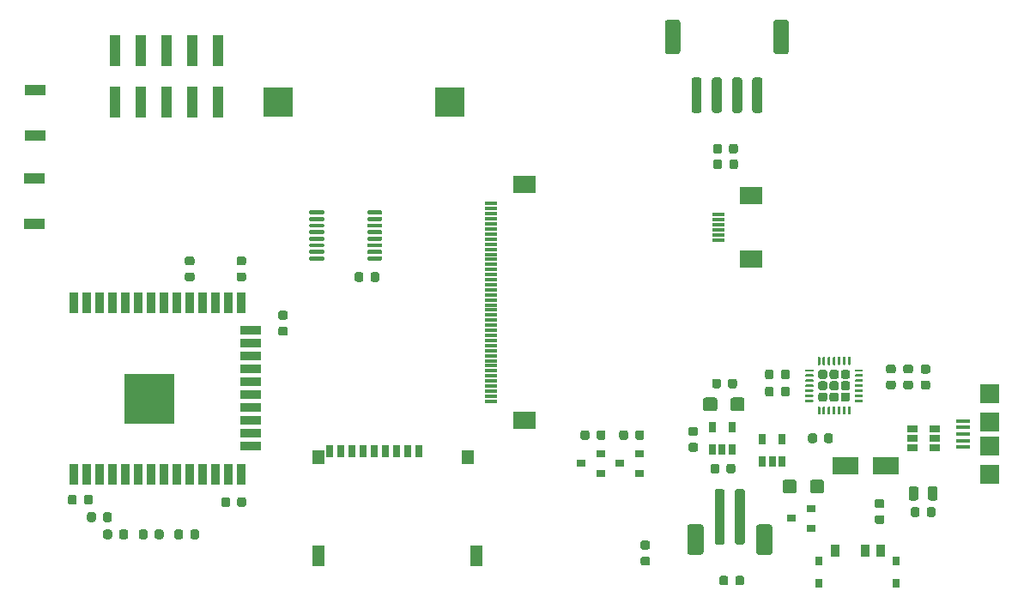
<source format=gbr>
%TF.GenerationSoftware,KiCad,Pcbnew,(5.1.6-0)*%
%TF.CreationDate,2020-10-12T19:17:27+02:00*%
%TF.ProjectId,ESP32_TFT,45535033-325f-4544-9654-2e6b69636164,rev?*%
%TF.SameCoordinates,Original*%
%TF.FileFunction,Paste,Top*%
%TF.FilePolarity,Positive*%
%FSLAX46Y46*%
G04 Gerber Fmt 4.6, Leading zero omitted, Abs format (unit mm)*
G04 Created by KiCad (PCBNEW (5.1.6-0)) date 2020-10-12 19:17:27*
%MOMM*%
%LPD*%
G01*
G04 APERTURE LIST*
%ADD10R,1.060000X0.650000*%
%ADD11R,2.200000X1.800000*%
%ADD12R,1.300000X0.300000*%
%ADD13R,0.900000X1.300000*%
%ADD14R,0.800000X0.900000*%
%ADD15R,3.000000X3.000000*%
%ADD16R,2.000000X1.050000*%
%ADD17R,1.350000X0.400000*%
%ADD18R,1.900000X1.900000*%
%ADD19R,1.000000X3.150000*%
%ADD20R,5.000000X5.000000*%
%ADD21R,0.900000X2.000000*%
%ADD22R,2.000000X0.900000*%
%ADD23R,2.500000X1.800000*%
%ADD24R,0.900000X0.800000*%
%ADD25R,0.650000X1.060000*%
%ADD26R,0.700000X1.300000*%
%ADD27R,1.200000X1.400000*%
%ADD28R,1.200000X2.000000*%
G04 APERTURE END LIST*
%TO.C,J3*%
G36*
G01*
X111980000Y-84170000D02*
X111980000Y-89170000D01*
G75*
G02*
X111730000Y-89420000I-250000J0D01*
G01*
X111230000Y-89420000D01*
G75*
G02*
X110980000Y-89170000I0J250000D01*
G01*
X110980000Y-84170000D01*
G75*
G02*
X111230000Y-83920000I250000J0D01*
G01*
X111730000Y-83920000D01*
G75*
G02*
X111980000Y-84170000I0J-250000D01*
G01*
G37*
G36*
G01*
X109980000Y-84170001D02*
X109980000Y-89169999D01*
G75*
G02*
X109730000Y-89419999I-250000J0D01*
G01*
X109230000Y-89419999D01*
G75*
G02*
X108980000Y-89169999I0J250000D01*
G01*
X108980000Y-84170001D01*
G75*
G02*
X109230000Y-83920001I250000J0D01*
G01*
X109730000Y-83920001D01*
G75*
G02*
X109980000Y-84170001I0J-250000D01*
G01*
G37*
G36*
G01*
X114680000Y-87670000D02*
X114680000Y-90170000D01*
G75*
G02*
X114430000Y-90420000I-250000J0D01*
G01*
X113330000Y-90420000D01*
G75*
G02*
X113080000Y-90170000I0J250000D01*
G01*
X113080000Y-87670000D01*
G75*
G02*
X113330000Y-87420000I250000J0D01*
G01*
X114430000Y-87420000D01*
G75*
G02*
X114680000Y-87670000I0J-250000D01*
G01*
G37*
G36*
G01*
X107880000Y-87670000D02*
X107880000Y-90170000D01*
G75*
G02*
X107630000Y-90420000I-250000J0D01*
G01*
X106530000Y-90420000D01*
G75*
G02*
X106280000Y-90170000I0J250000D01*
G01*
X106280000Y-87670000D01*
G75*
G02*
X106530000Y-87420000I250000J0D01*
G01*
X107630000Y-87420000D01*
G75*
G02*
X107880000Y-87670000I0J-250000D01*
G01*
G37*
%TD*%
D10*
%TO.C,U6*%
X128490000Y-78920000D03*
X128490000Y-79870000D03*
X128490000Y-77970000D03*
X130690000Y-77970000D03*
X130690000Y-78920000D03*
X130690000Y-79870000D03*
%TD*%
%TO.C,F1*%
G36*
G01*
X130000000Y-84816250D02*
X130000000Y-83903750D01*
G75*
G02*
X130243750Y-83660000I243750J0D01*
G01*
X130731250Y-83660000D01*
G75*
G02*
X130975000Y-83903750I0J-243750D01*
G01*
X130975000Y-84816250D01*
G75*
G02*
X130731250Y-85060000I-243750J0D01*
G01*
X130243750Y-85060000D01*
G75*
G02*
X130000000Y-84816250I0J243750D01*
G01*
G37*
G36*
G01*
X128125000Y-84816250D02*
X128125000Y-83903750D01*
G75*
G02*
X128368750Y-83660000I243750J0D01*
G01*
X128856250Y-83660000D01*
G75*
G02*
X129100000Y-83903750I0J-243750D01*
G01*
X129100000Y-84816250D01*
G75*
G02*
X128856250Y-85060000I-243750J0D01*
G01*
X128368750Y-85060000D01*
G75*
G02*
X128125000Y-84816250I0J243750D01*
G01*
G37*
%TD*%
%TO.C,C10*%
G36*
G01*
X119080000Y-78653750D02*
X119080000Y-79166250D01*
G75*
G02*
X118861250Y-79385000I-218750J0D01*
G01*
X118423750Y-79385000D01*
G75*
G02*
X118205000Y-79166250I0J218750D01*
G01*
X118205000Y-78653750D01*
G75*
G02*
X118423750Y-78435000I218750J0D01*
G01*
X118861250Y-78435000D01*
G75*
G02*
X119080000Y-78653750I0J-218750D01*
G01*
G37*
G36*
G01*
X120655000Y-78653750D02*
X120655000Y-79166250D01*
G75*
G02*
X120436250Y-79385000I-218750J0D01*
G01*
X119998750Y-79385000D01*
G75*
G02*
X119780000Y-79166250I0J218750D01*
G01*
X119780000Y-78653750D01*
G75*
G02*
X119998750Y-78435000I218750J0D01*
G01*
X120436250Y-78435000D01*
G75*
G02*
X120655000Y-78653750I0J-218750D01*
G01*
G37*
%TD*%
%TO.C,C3*%
G36*
G01*
X129900000Y-86456250D02*
X129900000Y-85943750D01*
G75*
G02*
X130118750Y-85725000I218750J0D01*
G01*
X130556250Y-85725000D01*
G75*
G02*
X130775000Y-85943750I0J-218750D01*
G01*
X130775000Y-86456250D01*
G75*
G02*
X130556250Y-86675000I-218750J0D01*
G01*
X130118750Y-86675000D01*
G75*
G02*
X129900000Y-86456250I0J218750D01*
G01*
G37*
G36*
G01*
X128325000Y-86456250D02*
X128325000Y-85943750D01*
G75*
G02*
X128543750Y-85725000I218750J0D01*
G01*
X128981250Y-85725000D01*
G75*
G02*
X129200000Y-85943750I0J-218750D01*
G01*
X129200000Y-86456250D01*
G75*
G02*
X128981250Y-86675000I-218750J0D01*
G01*
X128543750Y-86675000D01*
G75*
G02*
X128325000Y-86456250I0J218750D01*
G01*
G37*
%TD*%
D11*
%TO.C,FPC1*%
X90200000Y-53860000D03*
X90200000Y-77160000D03*
D12*
X86950000Y-75260000D03*
X86950000Y-74760000D03*
X86950000Y-74260000D03*
X86950000Y-73760000D03*
X86950000Y-73260000D03*
X86950000Y-72760000D03*
X86950000Y-72260000D03*
X86950000Y-71760000D03*
X86950000Y-71260000D03*
X86950000Y-70760000D03*
X86950000Y-70260000D03*
X86950000Y-69760000D03*
X86950000Y-69260000D03*
X86950000Y-68760000D03*
X86950000Y-68260000D03*
X86950000Y-67760000D03*
X86950000Y-67260000D03*
X86950000Y-66760000D03*
X86950000Y-66260000D03*
X86950000Y-65760000D03*
X86950000Y-65260000D03*
X86950000Y-64760000D03*
X86950000Y-64260000D03*
X86950000Y-63760000D03*
X86950000Y-63260000D03*
X86950000Y-62760000D03*
X86950000Y-62260000D03*
X86950000Y-61760000D03*
X86950000Y-61260000D03*
X86950000Y-60760000D03*
X86950000Y-60260000D03*
X86950000Y-59760000D03*
X86950000Y-59260000D03*
X86950000Y-58760000D03*
X86950000Y-58260000D03*
X86950000Y-57760000D03*
X86950000Y-57260000D03*
X86950000Y-56760000D03*
X86950000Y-56260000D03*
X86950000Y-55760000D03*
%TD*%
D13*
%TO.C,SW3*%
X125350000Y-90020000D03*
X123850000Y-90020000D03*
X120850000Y-90020000D03*
D14*
X126900000Y-93220000D03*
X126900000Y-91020000D03*
X119300000Y-93220000D03*
X119300000Y-91020000D03*
%TD*%
D15*
%TO.C,LS1*%
X82900000Y-45700000D03*
X65900000Y-45700000D03*
%TD*%
D16*
%TO.C,SW1*%
X41900000Y-53275000D03*
X41900000Y-57725000D03*
%TD*%
%TO.C,SW2*%
X41930000Y-49000000D03*
X41930000Y-44550000D03*
%TD*%
D17*
%TO.C,J1*%
X133475000Y-79800000D03*
X133475000Y-79150000D03*
X133475000Y-78500000D03*
X133475000Y-77850000D03*
X133475000Y-77200000D03*
D18*
X136150000Y-74550000D03*
X136150000Y-82450000D03*
X136150000Y-77300000D03*
X136150000Y-79700000D03*
%TD*%
D19*
%TO.C,J2*%
X49820000Y-45725000D03*
X49820000Y-40675000D03*
X52360000Y-45725000D03*
X52360000Y-40675000D03*
X54900000Y-45725000D03*
X54900000Y-40675000D03*
X57440000Y-45725000D03*
X57440000Y-40675000D03*
X59980000Y-45725000D03*
X59980000Y-40675000D03*
%TD*%
D20*
%TO.C,U4*%
X53245000Y-75000000D03*
D21*
X45745000Y-82500000D03*
X47015000Y-82500000D03*
X48285000Y-82500000D03*
X49555000Y-82500000D03*
X50825000Y-82500000D03*
X52095000Y-82500000D03*
X53365000Y-82500000D03*
X54635000Y-82500000D03*
X55905000Y-82500000D03*
X57175000Y-82500000D03*
X58445000Y-82500000D03*
X59715000Y-82500000D03*
X60985000Y-82500000D03*
X62255000Y-82500000D03*
D22*
X63255000Y-79715000D03*
X63255000Y-78445000D03*
X63255000Y-77175000D03*
X63255000Y-75905000D03*
X63255000Y-74635000D03*
X63255000Y-73365000D03*
X63255000Y-72095000D03*
X63255000Y-70825000D03*
X63255000Y-69555000D03*
X63255000Y-68285000D03*
D21*
X62255000Y-65500000D03*
X60985000Y-65500000D03*
X59715000Y-65500000D03*
X58445000Y-65500000D03*
X57175000Y-65500000D03*
X55905000Y-65500000D03*
X54635000Y-65500000D03*
X53365000Y-65500000D03*
X52095000Y-65500000D03*
X50825000Y-65500000D03*
X49555000Y-65500000D03*
X48285000Y-65500000D03*
X47015000Y-65500000D03*
X45745000Y-65500000D03*
%TD*%
%TO.C,C1*%
G36*
G01*
X128326250Y-74095000D02*
X127813750Y-74095000D01*
G75*
G02*
X127595000Y-73876250I0J218750D01*
G01*
X127595000Y-73438750D01*
G75*
G02*
X127813750Y-73220000I218750J0D01*
G01*
X128326250Y-73220000D01*
G75*
G02*
X128545000Y-73438750I0J-218750D01*
G01*
X128545000Y-73876250D01*
G75*
G02*
X128326250Y-74095000I-218750J0D01*
G01*
G37*
G36*
G01*
X128326250Y-72520000D02*
X127813750Y-72520000D01*
G75*
G02*
X127595000Y-72301250I0J218750D01*
G01*
X127595000Y-71863750D01*
G75*
G02*
X127813750Y-71645000I218750J0D01*
G01*
X128326250Y-71645000D01*
G75*
G02*
X128545000Y-71863750I0J-218750D01*
G01*
X128545000Y-72301250D01*
G75*
G02*
X128326250Y-72520000I-218750J0D01*
G01*
G37*
%TD*%
%TO.C,C2*%
G36*
G01*
X74350000Y-62743750D02*
X74350000Y-63256250D01*
G75*
G02*
X74131250Y-63475000I-218750J0D01*
G01*
X73693750Y-63475000D01*
G75*
G02*
X73475000Y-63256250I0J218750D01*
G01*
X73475000Y-62743750D01*
G75*
G02*
X73693750Y-62525000I218750J0D01*
G01*
X74131250Y-62525000D01*
G75*
G02*
X74350000Y-62743750I0J-218750D01*
G01*
G37*
G36*
G01*
X75925000Y-62743750D02*
X75925000Y-63256250D01*
G75*
G02*
X75706250Y-63475000I-218750J0D01*
G01*
X75268750Y-63475000D01*
G75*
G02*
X75050000Y-63256250I0J218750D01*
G01*
X75050000Y-62743750D01*
G75*
G02*
X75268750Y-62525000I218750J0D01*
G01*
X75706250Y-62525000D01*
G75*
G02*
X75925000Y-62743750I0J-218750D01*
G01*
G37*
%TD*%
%TO.C,C4*%
G36*
G01*
X118380000Y-84105001D02*
X118380000Y-83254999D01*
G75*
G02*
X118629999Y-83005000I249999J0D01*
G01*
X119530001Y-83005000D01*
G75*
G02*
X119780000Y-83254999I0J-249999D01*
G01*
X119780000Y-84105001D01*
G75*
G02*
X119530001Y-84355000I-249999J0D01*
G01*
X118629999Y-84355000D01*
G75*
G02*
X118380000Y-84105001I0J249999D01*
G01*
G37*
G36*
G01*
X115680000Y-84105001D02*
X115680000Y-83254999D01*
G75*
G02*
X115929999Y-83005000I249999J0D01*
G01*
X116830001Y-83005000D01*
G75*
G02*
X117080000Y-83254999I0J-249999D01*
G01*
X117080000Y-84105001D01*
G75*
G02*
X116830001Y-84355000I-249999J0D01*
G01*
X115929999Y-84355000D01*
G75*
G02*
X115680000Y-84105001I0J249999D01*
G01*
G37*
%TD*%
%TO.C,C5*%
G36*
G01*
X111940000Y-75144999D02*
X111940000Y-75995001D01*
G75*
G02*
X111690001Y-76245000I-249999J0D01*
G01*
X110789999Y-76245000D01*
G75*
G02*
X110540000Y-75995001I0J249999D01*
G01*
X110540000Y-75144999D01*
G75*
G02*
X110789999Y-74895000I249999J0D01*
G01*
X111690001Y-74895000D01*
G75*
G02*
X111940000Y-75144999I0J-249999D01*
G01*
G37*
G36*
G01*
X109240000Y-75144999D02*
X109240000Y-75995001D01*
G75*
G02*
X108990001Y-76245000I-249999J0D01*
G01*
X108089999Y-76245000D01*
G75*
G02*
X107840000Y-75995001I0J249999D01*
G01*
X107840000Y-75144999D01*
G75*
G02*
X108089999Y-74895000I249999J0D01*
G01*
X108990001Y-74895000D01*
G75*
G02*
X109240000Y-75144999I0J-249999D01*
G01*
G37*
%TD*%
%TO.C,C6*%
G36*
G01*
X47645000Y-84723750D02*
X47645000Y-85236250D01*
G75*
G02*
X47426250Y-85455000I-218750J0D01*
G01*
X46988750Y-85455000D01*
G75*
G02*
X46770000Y-85236250I0J218750D01*
G01*
X46770000Y-84723750D01*
G75*
G02*
X46988750Y-84505000I218750J0D01*
G01*
X47426250Y-84505000D01*
G75*
G02*
X47645000Y-84723750I0J-218750D01*
G01*
G37*
G36*
G01*
X46070000Y-84723750D02*
X46070000Y-85236250D01*
G75*
G02*
X45851250Y-85455000I-218750J0D01*
G01*
X45413750Y-85455000D01*
G75*
G02*
X45195000Y-85236250I0J218750D01*
G01*
X45195000Y-84723750D01*
G75*
G02*
X45413750Y-84505000I218750J0D01*
G01*
X45851250Y-84505000D01*
G75*
G02*
X46070000Y-84723750I0J-218750D01*
G01*
G37*
%TD*%
%TO.C,C7*%
G36*
G01*
X111185000Y-73253750D02*
X111185000Y-73766250D01*
G75*
G02*
X110966250Y-73985000I-218750J0D01*
G01*
X110528750Y-73985000D01*
G75*
G02*
X110310000Y-73766250I0J218750D01*
G01*
X110310000Y-73253750D01*
G75*
G02*
X110528750Y-73035000I218750J0D01*
G01*
X110966250Y-73035000D01*
G75*
G02*
X111185000Y-73253750I0J-218750D01*
G01*
G37*
G36*
G01*
X109610000Y-73253750D02*
X109610000Y-73766250D01*
G75*
G02*
X109391250Y-73985000I-218750J0D01*
G01*
X108953750Y-73985000D01*
G75*
G02*
X108735000Y-73766250I0J218750D01*
G01*
X108735000Y-73253750D01*
G75*
G02*
X108953750Y-73035000I218750J0D01*
G01*
X109391250Y-73035000D01*
G75*
G02*
X109610000Y-73253750I0J-218750D01*
G01*
G37*
%TD*%
%TO.C,C8*%
G36*
G01*
X48675000Y-88656250D02*
X48675000Y-88143750D01*
G75*
G02*
X48893750Y-87925000I218750J0D01*
G01*
X49331250Y-87925000D01*
G75*
G02*
X49550000Y-88143750I0J-218750D01*
G01*
X49550000Y-88656250D01*
G75*
G02*
X49331250Y-88875000I-218750J0D01*
G01*
X48893750Y-88875000D01*
G75*
G02*
X48675000Y-88656250I0J218750D01*
G01*
G37*
G36*
G01*
X50250000Y-88656250D02*
X50250000Y-88143750D01*
G75*
G02*
X50468750Y-87925000I218750J0D01*
G01*
X50906250Y-87925000D01*
G75*
G02*
X51125000Y-88143750I0J-218750D01*
G01*
X51125000Y-88656250D01*
G75*
G02*
X50906250Y-88875000I-218750J0D01*
G01*
X50468750Y-88875000D01*
G75*
G02*
X50250000Y-88656250I0J218750D01*
G01*
G37*
%TD*%
%TO.C,C9*%
G36*
G01*
X109450000Y-81663750D02*
X109450000Y-82176250D01*
G75*
G02*
X109231250Y-82395000I-218750J0D01*
G01*
X108793750Y-82395000D01*
G75*
G02*
X108575000Y-82176250I0J218750D01*
G01*
X108575000Y-81663750D01*
G75*
G02*
X108793750Y-81445000I218750J0D01*
G01*
X109231250Y-81445000D01*
G75*
G02*
X109450000Y-81663750I0J-218750D01*
G01*
G37*
G36*
G01*
X111025000Y-81663750D02*
X111025000Y-82176250D01*
G75*
G02*
X110806250Y-82395000I-218750J0D01*
G01*
X110368750Y-82395000D01*
G75*
G02*
X110150000Y-82176250I0J218750D01*
G01*
X110150000Y-81663750D01*
G75*
G02*
X110368750Y-81445000I218750J0D01*
G01*
X110806250Y-81445000D01*
G75*
G02*
X111025000Y-81663750I0J-218750D01*
G01*
G37*
%TD*%
D23*
%TO.C,D1*%
X121850000Y-81630000D03*
X125850000Y-81630000D03*
%TD*%
%TO.C,D2*%
G36*
G01*
X109445000Y-93216250D02*
X109445000Y-92703750D01*
G75*
G02*
X109663750Y-92485000I218750J0D01*
G01*
X110101250Y-92485000D01*
G75*
G02*
X110320000Y-92703750I0J-218750D01*
G01*
X110320000Y-93216250D01*
G75*
G02*
X110101250Y-93435000I-218750J0D01*
G01*
X109663750Y-93435000D01*
G75*
G02*
X109445000Y-93216250I0J218750D01*
G01*
G37*
G36*
G01*
X111020000Y-93216250D02*
X111020000Y-92703750D01*
G75*
G02*
X111238750Y-92485000I218750J0D01*
G01*
X111676250Y-92485000D01*
G75*
G02*
X111895000Y-92703750I0J-218750D01*
G01*
X111895000Y-93216250D01*
G75*
G02*
X111676250Y-93435000I-218750J0D01*
G01*
X111238750Y-93435000D01*
G75*
G02*
X111020000Y-93216250I0J218750D01*
G01*
G37*
%TD*%
D11*
%TO.C,FPC2*%
X112580000Y-54920000D03*
X112580000Y-61220000D03*
D12*
X109330000Y-59320000D03*
X109330000Y-58820000D03*
X109330000Y-58320000D03*
X109330000Y-57820000D03*
X109330000Y-57320000D03*
X109330000Y-56820000D03*
%TD*%
D24*
%TO.C,Q1*%
X99600000Y-81400000D03*
X101600000Y-80450000D03*
X101600000Y-82350000D03*
%TD*%
%TO.C,Q2*%
X97800000Y-82350000D03*
X97800000Y-80450000D03*
X95800000Y-81400000D03*
%TD*%
%TO.C,Q3*%
X118530000Y-87770000D03*
X118530000Y-85870000D03*
X116530000Y-86820000D03*
%TD*%
%TO.C,R1*%
G36*
G01*
X126113750Y-71645000D02*
X126626250Y-71645000D01*
G75*
G02*
X126845000Y-71863750I0J-218750D01*
G01*
X126845000Y-72301250D01*
G75*
G02*
X126626250Y-72520000I-218750J0D01*
G01*
X126113750Y-72520000D01*
G75*
G02*
X125895000Y-72301250I0J218750D01*
G01*
X125895000Y-71863750D01*
G75*
G02*
X126113750Y-71645000I218750J0D01*
G01*
G37*
G36*
G01*
X126113750Y-73220000D02*
X126626250Y-73220000D01*
G75*
G02*
X126845000Y-73438750I0J-218750D01*
G01*
X126845000Y-73876250D01*
G75*
G02*
X126626250Y-74095000I-218750J0D01*
G01*
X126113750Y-74095000D01*
G75*
G02*
X125895000Y-73876250I0J218750D01*
G01*
X125895000Y-73438750D01*
G75*
G02*
X126113750Y-73220000I218750J0D01*
G01*
G37*
%TD*%
%TO.C,R2*%
G36*
G01*
X130036250Y-72530000D02*
X129523750Y-72530000D01*
G75*
G02*
X129305000Y-72311250I0J218750D01*
G01*
X129305000Y-71873750D01*
G75*
G02*
X129523750Y-71655000I218750J0D01*
G01*
X130036250Y-71655000D01*
G75*
G02*
X130255000Y-71873750I0J-218750D01*
G01*
X130255000Y-72311250D01*
G75*
G02*
X130036250Y-72530000I-218750J0D01*
G01*
G37*
G36*
G01*
X130036250Y-74105000D02*
X129523750Y-74105000D01*
G75*
G02*
X129305000Y-73886250I0J218750D01*
G01*
X129305000Y-73448750D01*
G75*
G02*
X129523750Y-73230000I218750J0D01*
G01*
X130036250Y-73230000D01*
G75*
G02*
X130255000Y-73448750I0J-218750D01*
G01*
X130255000Y-73886250D01*
G75*
G02*
X130036250Y-74105000I-218750J0D01*
G01*
G37*
%TD*%
%TO.C,R3*%
G36*
G01*
X115520000Y-72866250D02*
X115520000Y-72353750D01*
G75*
G02*
X115738750Y-72135000I218750J0D01*
G01*
X116176250Y-72135000D01*
G75*
G02*
X116395000Y-72353750I0J-218750D01*
G01*
X116395000Y-72866250D01*
G75*
G02*
X116176250Y-73085000I-218750J0D01*
G01*
X115738750Y-73085000D01*
G75*
G02*
X115520000Y-72866250I0J218750D01*
G01*
G37*
G36*
G01*
X113945000Y-72866250D02*
X113945000Y-72353750D01*
G75*
G02*
X114163750Y-72135000I218750J0D01*
G01*
X114601250Y-72135000D01*
G75*
G02*
X114820000Y-72353750I0J-218750D01*
G01*
X114820000Y-72866250D01*
G75*
G02*
X114601250Y-73085000I-218750J0D01*
G01*
X114163750Y-73085000D01*
G75*
G02*
X113945000Y-72866250I0J218750D01*
G01*
G37*
%TD*%
%TO.C,R4*%
G36*
G01*
X113945000Y-74566250D02*
X113945000Y-74053750D01*
G75*
G02*
X114163750Y-73835000I218750J0D01*
G01*
X114601250Y-73835000D01*
G75*
G02*
X114820000Y-74053750I0J-218750D01*
G01*
X114820000Y-74566250D01*
G75*
G02*
X114601250Y-74785000I-218750J0D01*
G01*
X114163750Y-74785000D01*
G75*
G02*
X113945000Y-74566250I0J218750D01*
G01*
G37*
G36*
G01*
X115520000Y-74566250D02*
X115520000Y-74053750D01*
G75*
G02*
X115738750Y-73835000I218750J0D01*
G01*
X116176250Y-73835000D01*
G75*
G02*
X116395000Y-74053750I0J-218750D01*
G01*
X116395000Y-74566250D01*
G75*
G02*
X116176250Y-74785000I-218750J0D01*
G01*
X115738750Y-74785000D01*
G75*
G02*
X115520000Y-74566250I0J218750D01*
G01*
G37*
%TD*%
%TO.C,R5*%
G36*
G01*
X95762500Y-78856250D02*
X95762500Y-78343750D01*
G75*
G02*
X95981250Y-78125000I218750J0D01*
G01*
X96418750Y-78125000D01*
G75*
G02*
X96637500Y-78343750I0J-218750D01*
G01*
X96637500Y-78856250D01*
G75*
G02*
X96418750Y-79075000I-218750J0D01*
G01*
X95981250Y-79075000D01*
G75*
G02*
X95762500Y-78856250I0J218750D01*
G01*
G37*
G36*
G01*
X97337500Y-78856250D02*
X97337500Y-78343750D01*
G75*
G02*
X97556250Y-78125000I218750J0D01*
G01*
X97993750Y-78125000D01*
G75*
G02*
X98212500Y-78343750I0J-218750D01*
G01*
X98212500Y-78856250D01*
G75*
G02*
X97993750Y-79075000I-218750J0D01*
G01*
X97556250Y-79075000D01*
G75*
G02*
X97337500Y-78856250I0J218750D01*
G01*
G37*
%TD*%
%TO.C,R6*%
G36*
G01*
X101150000Y-78856250D02*
X101150000Y-78343750D01*
G75*
G02*
X101368750Y-78125000I218750J0D01*
G01*
X101806250Y-78125000D01*
G75*
G02*
X102025000Y-78343750I0J-218750D01*
G01*
X102025000Y-78856250D01*
G75*
G02*
X101806250Y-79075000I-218750J0D01*
G01*
X101368750Y-79075000D01*
G75*
G02*
X101150000Y-78856250I0J218750D01*
G01*
G37*
G36*
G01*
X99575000Y-78856250D02*
X99575000Y-78343750D01*
G75*
G02*
X99793750Y-78125000I218750J0D01*
G01*
X100231250Y-78125000D01*
G75*
G02*
X100450000Y-78343750I0J-218750D01*
G01*
X100450000Y-78856250D01*
G75*
G02*
X100231250Y-79075000I-218750J0D01*
G01*
X99793750Y-79075000D01*
G75*
G02*
X99575000Y-78856250I0J218750D01*
G01*
G37*
%TD*%
%TO.C,R7*%
G36*
G01*
X61890000Y-85476250D02*
X61890000Y-84963750D01*
G75*
G02*
X62108750Y-84745000I218750J0D01*
G01*
X62546250Y-84745000D01*
G75*
G02*
X62765000Y-84963750I0J-218750D01*
G01*
X62765000Y-85476250D01*
G75*
G02*
X62546250Y-85695000I-218750J0D01*
G01*
X62108750Y-85695000D01*
G75*
G02*
X61890000Y-85476250I0J218750D01*
G01*
G37*
G36*
G01*
X60315000Y-85476250D02*
X60315000Y-84963750D01*
G75*
G02*
X60533750Y-84745000I218750J0D01*
G01*
X60971250Y-84745000D01*
G75*
G02*
X61190000Y-84963750I0J-218750D01*
G01*
X61190000Y-85476250D01*
G75*
G02*
X60971250Y-85695000I-218750J0D01*
G01*
X60533750Y-85695000D01*
G75*
G02*
X60315000Y-85476250I0J218750D01*
G01*
G37*
%TD*%
%TO.C,R8*%
G36*
G01*
X47075000Y-86956250D02*
X47075000Y-86443750D01*
G75*
G02*
X47293750Y-86225000I218750J0D01*
G01*
X47731250Y-86225000D01*
G75*
G02*
X47950000Y-86443750I0J-218750D01*
G01*
X47950000Y-86956250D01*
G75*
G02*
X47731250Y-87175000I-218750J0D01*
G01*
X47293750Y-87175000D01*
G75*
G02*
X47075000Y-86956250I0J218750D01*
G01*
G37*
G36*
G01*
X48650000Y-86956250D02*
X48650000Y-86443750D01*
G75*
G02*
X48868750Y-86225000I218750J0D01*
G01*
X49306250Y-86225000D01*
G75*
G02*
X49525000Y-86443750I0J-218750D01*
G01*
X49525000Y-86956250D01*
G75*
G02*
X49306250Y-87175000I-218750J0D01*
G01*
X48868750Y-87175000D01*
G75*
G02*
X48650000Y-86956250I0J218750D01*
G01*
G37*
%TD*%
%TO.C,R9*%
G36*
G01*
X124993750Y-84925000D02*
X125506250Y-84925000D01*
G75*
G02*
X125725000Y-85143750I0J-218750D01*
G01*
X125725000Y-85581250D01*
G75*
G02*
X125506250Y-85800000I-218750J0D01*
G01*
X124993750Y-85800000D01*
G75*
G02*
X124775000Y-85581250I0J218750D01*
G01*
X124775000Y-85143750D01*
G75*
G02*
X124993750Y-84925000I218750J0D01*
G01*
G37*
G36*
G01*
X124993750Y-86500000D02*
X125506250Y-86500000D01*
G75*
G02*
X125725000Y-86718750I0J-218750D01*
G01*
X125725000Y-87156250D01*
G75*
G02*
X125506250Y-87375000I-218750J0D01*
G01*
X124993750Y-87375000D01*
G75*
G02*
X124775000Y-87156250I0J218750D01*
G01*
X124775000Y-86718750D01*
G75*
G02*
X124993750Y-86500000I218750J0D01*
G01*
G37*
%TD*%
%TO.C,R10*%
G36*
G01*
X62043750Y-62550000D02*
X62556250Y-62550000D01*
G75*
G02*
X62775000Y-62768750I0J-218750D01*
G01*
X62775000Y-63206250D01*
G75*
G02*
X62556250Y-63425000I-218750J0D01*
G01*
X62043750Y-63425000D01*
G75*
G02*
X61825000Y-63206250I0J218750D01*
G01*
X61825000Y-62768750D01*
G75*
G02*
X62043750Y-62550000I218750J0D01*
G01*
G37*
G36*
G01*
X62043750Y-60975000D02*
X62556250Y-60975000D01*
G75*
G02*
X62775000Y-61193750I0J-218750D01*
G01*
X62775000Y-61631250D01*
G75*
G02*
X62556250Y-61850000I-218750J0D01*
G01*
X62043750Y-61850000D01*
G75*
G02*
X61825000Y-61631250I0J218750D01*
G01*
X61825000Y-61193750D01*
G75*
G02*
X62043750Y-60975000I218750J0D01*
G01*
G37*
%TD*%
%TO.C,R11*%
G36*
G01*
X56943750Y-60975000D02*
X57456250Y-60975000D01*
G75*
G02*
X57675000Y-61193750I0J-218750D01*
G01*
X57675000Y-61631250D01*
G75*
G02*
X57456250Y-61850000I-218750J0D01*
G01*
X56943750Y-61850000D01*
G75*
G02*
X56725000Y-61631250I0J218750D01*
G01*
X56725000Y-61193750D01*
G75*
G02*
X56943750Y-60975000I218750J0D01*
G01*
G37*
G36*
G01*
X56943750Y-62550000D02*
X57456250Y-62550000D01*
G75*
G02*
X57675000Y-62768750I0J-218750D01*
G01*
X57675000Y-63206250D01*
G75*
G02*
X57456250Y-63425000I-218750J0D01*
G01*
X56943750Y-63425000D01*
G75*
G02*
X56725000Y-63206250I0J218750D01*
G01*
X56725000Y-62768750D01*
G75*
G02*
X56943750Y-62550000I218750J0D01*
G01*
G37*
%TD*%
%TO.C,R12*%
G36*
G01*
X66153750Y-67910000D02*
X66666250Y-67910000D01*
G75*
G02*
X66885000Y-68128750I0J-218750D01*
G01*
X66885000Y-68566250D01*
G75*
G02*
X66666250Y-68785000I-218750J0D01*
G01*
X66153750Y-68785000D01*
G75*
G02*
X65935000Y-68566250I0J218750D01*
G01*
X65935000Y-68128750D01*
G75*
G02*
X66153750Y-67910000I218750J0D01*
G01*
G37*
G36*
G01*
X66153750Y-66335000D02*
X66666250Y-66335000D01*
G75*
G02*
X66885000Y-66553750I0J-218750D01*
G01*
X66885000Y-66991250D01*
G75*
G02*
X66666250Y-67210000I-218750J0D01*
G01*
X66153750Y-67210000D01*
G75*
G02*
X65935000Y-66991250I0J218750D01*
G01*
X65935000Y-66553750D01*
G75*
G02*
X66153750Y-66335000I218750J0D01*
G01*
G37*
%TD*%
%TO.C,R13*%
G36*
G01*
X102406250Y-91475000D02*
X101893750Y-91475000D01*
G75*
G02*
X101675000Y-91256250I0J218750D01*
G01*
X101675000Y-90818750D01*
G75*
G02*
X101893750Y-90600000I218750J0D01*
G01*
X102406250Y-90600000D01*
G75*
G02*
X102625000Y-90818750I0J-218750D01*
G01*
X102625000Y-91256250D01*
G75*
G02*
X102406250Y-91475000I-218750J0D01*
G01*
G37*
G36*
G01*
X102406250Y-89900000D02*
X101893750Y-89900000D01*
G75*
G02*
X101675000Y-89681250I0J218750D01*
G01*
X101675000Y-89243750D01*
G75*
G02*
X101893750Y-89025000I218750J0D01*
G01*
X102406250Y-89025000D01*
G75*
G02*
X102625000Y-89243750I0J-218750D01*
G01*
X102625000Y-89681250D01*
G75*
G02*
X102406250Y-89900000I-218750J0D01*
G01*
G37*
%TD*%
%TO.C,R14*%
G36*
G01*
X58125000Y-88143750D02*
X58125000Y-88656250D01*
G75*
G02*
X57906250Y-88875000I-218750J0D01*
G01*
X57468750Y-88875000D01*
G75*
G02*
X57250000Y-88656250I0J218750D01*
G01*
X57250000Y-88143750D01*
G75*
G02*
X57468750Y-87925000I218750J0D01*
G01*
X57906250Y-87925000D01*
G75*
G02*
X58125000Y-88143750I0J-218750D01*
G01*
G37*
G36*
G01*
X56550000Y-88143750D02*
X56550000Y-88656250D01*
G75*
G02*
X56331250Y-88875000I-218750J0D01*
G01*
X55893750Y-88875000D01*
G75*
G02*
X55675000Y-88656250I0J218750D01*
G01*
X55675000Y-88143750D01*
G75*
G02*
X55893750Y-87925000I218750J0D01*
G01*
X56331250Y-87925000D01*
G75*
G02*
X56550000Y-88143750I0J-218750D01*
G01*
G37*
%TD*%
%TO.C,R15*%
G36*
G01*
X53050000Y-88143750D02*
X53050000Y-88656250D01*
G75*
G02*
X52831250Y-88875000I-218750J0D01*
G01*
X52393750Y-88875000D01*
G75*
G02*
X52175000Y-88656250I0J218750D01*
G01*
X52175000Y-88143750D01*
G75*
G02*
X52393750Y-87925000I218750J0D01*
G01*
X52831250Y-87925000D01*
G75*
G02*
X53050000Y-88143750I0J-218750D01*
G01*
G37*
G36*
G01*
X54625000Y-88143750D02*
X54625000Y-88656250D01*
G75*
G02*
X54406250Y-88875000I-218750J0D01*
G01*
X53968750Y-88875000D01*
G75*
G02*
X53750000Y-88656250I0J218750D01*
G01*
X53750000Y-88143750D01*
G75*
G02*
X53968750Y-87925000I218750J0D01*
G01*
X54406250Y-87925000D01*
G75*
G02*
X54625000Y-88143750I0J-218750D01*
G01*
G37*
%TD*%
%TO.C,Rprog1*%
G36*
G01*
X106613750Y-79360000D02*
X107126250Y-79360000D01*
G75*
G02*
X107345000Y-79578750I0J-218750D01*
G01*
X107345000Y-80016250D01*
G75*
G02*
X107126250Y-80235000I-218750J0D01*
G01*
X106613750Y-80235000D01*
G75*
G02*
X106395000Y-80016250I0J218750D01*
G01*
X106395000Y-79578750D01*
G75*
G02*
X106613750Y-79360000I218750J0D01*
G01*
G37*
G36*
G01*
X106613750Y-77785000D02*
X107126250Y-77785000D01*
G75*
G02*
X107345000Y-78003750I0J-218750D01*
G01*
X107345000Y-78441250D01*
G75*
G02*
X107126250Y-78660000I-218750J0D01*
G01*
X106613750Y-78660000D01*
G75*
G02*
X106395000Y-78441250I0J218750D01*
G01*
X106395000Y-78003750D01*
G75*
G02*
X106613750Y-77785000I218750J0D01*
G01*
G37*
%TD*%
%TO.C,U1*%
G36*
G01*
X119332500Y-76580000D02*
X119207500Y-76580000D01*
G75*
G02*
X119145000Y-76517500I0J62500D01*
G01*
X119145000Y-75842500D01*
G75*
G02*
X119207500Y-75780000I62500J0D01*
G01*
X119332500Y-75780000D01*
G75*
G02*
X119395000Y-75842500I0J-62500D01*
G01*
X119395000Y-76517500D01*
G75*
G02*
X119332500Y-76580000I-62500J0D01*
G01*
G37*
G36*
G01*
X119832500Y-76580000D02*
X119707500Y-76580000D01*
G75*
G02*
X119645000Y-76517500I0J62500D01*
G01*
X119645000Y-75842500D01*
G75*
G02*
X119707500Y-75780000I62500J0D01*
G01*
X119832500Y-75780000D01*
G75*
G02*
X119895000Y-75842500I0J-62500D01*
G01*
X119895000Y-76517500D01*
G75*
G02*
X119832500Y-76580000I-62500J0D01*
G01*
G37*
G36*
G01*
X120332500Y-76580000D02*
X120207500Y-76580000D01*
G75*
G02*
X120145000Y-76517500I0J62500D01*
G01*
X120145000Y-75842500D01*
G75*
G02*
X120207500Y-75780000I62500J0D01*
G01*
X120332500Y-75780000D01*
G75*
G02*
X120395000Y-75842500I0J-62500D01*
G01*
X120395000Y-76517500D01*
G75*
G02*
X120332500Y-76580000I-62500J0D01*
G01*
G37*
G36*
G01*
X120832500Y-76580000D02*
X120707500Y-76580000D01*
G75*
G02*
X120645000Y-76517500I0J62500D01*
G01*
X120645000Y-75842500D01*
G75*
G02*
X120707500Y-75780000I62500J0D01*
G01*
X120832500Y-75780000D01*
G75*
G02*
X120895000Y-75842500I0J-62500D01*
G01*
X120895000Y-76517500D01*
G75*
G02*
X120832500Y-76580000I-62500J0D01*
G01*
G37*
G36*
G01*
X121332500Y-76580000D02*
X121207500Y-76580000D01*
G75*
G02*
X121145000Y-76517500I0J62500D01*
G01*
X121145000Y-75842500D01*
G75*
G02*
X121207500Y-75780000I62500J0D01*
G01*
X121332500Y-75780000D01*
G75*
G02*
X121395000Y-75842500I0J-62500D01*
G01*
X121395000Y-76517500D01*
G75*
G02*
X121332500Y-76580000I-62500J0D01*
G01*
G37*
G36*
G01*
X121832500Y-76580000D02*
X121707500Y-76580000D01*
G75*
G02*
X121645000Y-76517500I0J62500D01*
G01*
X121645000Y-75842500D01*
G75*
G02*
X121707500Y-75780000I62500J0D01*
G01*
X121832500Y-75780000D01*
G75*
G02*
X121895000Y-75842500I0J-62500D01*
G01*
X121895000Y-76517500D01*
G75*
G02*
X121832500Y-76580000I-62500J0D01*
G01*
G37*
G36*
G01*
X122332500Y-76580000D02*
X122207500Y-76580000D01*
G75*
G02*
X122145000Y-76517500I0J62500D01*
G01*
X122145000Y-75842500D01*
G75*
G02*
X122207500Y-75780000I62500J0D01*
G01*
X122332500Y-75780000D01*
G75*
G02*
X122395000Y-75842500I0J-62500D01*
G01*
X122395000Y-76517500D01*
G75*
G02*
X122332500Y-76580000I-62500J0D01*
G01*
G37*
G36*
G01*
X123557500Y-75355000D02*
X122882500Y-75355000D01*
G75*
G02*
X122820000Y-75292500I0J62500D01*
G01*
X122820000Y-75167500D01*
G75*
G02*
X122882500Y-75105000I62500J0D01*
G01*
X123557500Y-75105000D01*
G75*
G02*
X123620000Y-75167500I0J-62500D01*
G01*
X123620000Y-75292500D01*
G75*
G02*
X123557500Y-75355000I-62500J0D01*
G01*
G37*
G36*
G01*
X123557500Y-74855000D02*
X122882500Y-74855000D01*
G75*
G02*
X122820000Y-74792500I0J62500D01*
G01*
X122820000Y-74667500D01*
G75*
G02*
X122882500Y-74605000I62500J0D01*
G01*
X123557500Y-74605000D01*
G75*
G02*
X123620000Y-74667500I0J-62500D01*
G01*
X123620000Y-74792500D01*
G75*
G02*
X123557500Y-74855000I-62500J0D01*
G01*
G37*
G36*
G01*
X123557500Y-74355000D02*
X122882500Y-74355000D01*
G75*
G02*
X122820000Y-74292500I0J62500D01*
G01*
X122820000Y-74167500D01*
G75*
G02*
X122882500Y-74105000I62500J0D01*
G01*
X123557500Y-74105000D01*
G75*
G02*
X123620000Y-74167500I0J-62500D01*
G01*
X123620000Y-74292500D01*
G75*
G02*
X123557500Y-74355000I-62500J0D01*
G01*
G37*
G36*
G01*
X123557500Y-73855000D02*
X122882500Y-73855000D01*
G75*
G02*
X122820000Y-73792500I0J62500D01*
G01*
X122820000Y-73667500D01*
G75*
G02*
X122882500Y-73605000I62500J0D01*
G01*
X123557500Y-73605000D01*
G75*
G02*
X123620000Y-73667500I0J-62500D01*
G01*
X123620000Y-73792500D01*
G75*
G02*
X123557500Y-73855000I-62500J0D01*
G01*
G37*
G36*
G01*
X123557500Y-73355000D02*
X122882500Y-73355000D01*
G75*
G02*
X122820000Y-73292500I0J62500D01*
G01*
X122820000Y-73167500D01*
G75*
G02*
X122882500Y-73105000I62500J0D01*
G01*
X123557500Y-73105000D01*
G75*
G02*
X123620000Y-73167500I0J-62500D01*
G01*
X123620000Y-73292500D01*
G75*
G02*
X123557500Y-73355000I-62500J0D01*
G01*
G37*
G36*
G01*
X123557500Y-72855000D02*
X122882500Y-72855000D01*
G75*
G02*
X122820000Y-72792500I0J62500D01*
G01*
X122820000Y-72667500D01*
G75*
G02*
X122882500Y-72605000I62500J0D01*
G01*
X123557500Y-72605000D01*
G75*
G02*
X123620000Y-72667500I0J-62500D01*
G01*
X123620000Y-72792500D01*
G75*
G02*
X123557500Y-72855000I-62500J0D01*
G01*
G37*
G36*
G01*
X123557500Y-72355000D02*
X122882500Y-72355000D01*
G75*
G02*
X122820000Y-72292500I0J62500D01*
G01*
X122820000Y-72167500D01*
G75*
G02*
X122882500Y-72105000I62500J0D01*
G01*
X123557500Y-72105000D01*
G75*
G02*
X123620000Y-72167500I0J-62500D01*
G01*
X123620000Y-72292500D01*
G75*
G02*
X123557500Y-72355000I-62500J0D01*
G01*
G37*
G36*
G01*
X122332500Y-71680000D02*
X122207500Y-71680000D01*
G75*
G02*
X122145000Y-71617500I0J62500D01*
G01*
X122145000Y-70942500D01*
G75*
G02*
X122207500Y-70880000I62500J0D01*
G01*
X122332500Y-70880000D01*
G75*
G02*
X122395000Y-70942500I0J-62500D01*
G01*
X122395000Y-71617500D01*
G75*
G02*
X122332500Y-71680000I-62500J0D01*
G01*
G37*
G36*
G01*
X121832500Y-71680000D02*
X121707500Y-71680000D01*
G75*
G02*
X121645000Y-71617500I0J62500D01*
G01*
X121645000Y-70942500D01*
G75*
G02*
X121707500Y-70880000I62500J0D01*
G01*
X121832500Y-70880000D01*
G75*
G02*
X121895000Y-70942500I0J-62500D01*
G01*
X121895000Y-71617500D01*
G75*
G02*
X121832500Y-71680000I-62500J0D01*
G01*
G37*
G36*
G01*
X121332500Y-71680000D02*
X121207500Y-71680000D01*
G75*
G02*
X121145000Y-71617500I0J62500D01*
G01*
X121145000Y-70942500D01*
G75*
G02*
X121207500Y-70880000I62500J0D01*
G01*
X121332500Y-70880000D01*
G75*
G02*
X121395000Y-70942500I0J-62500D01*
G01*
X121395000Y-71617500D01*
G75*
G02*
X121332500Y-71680000I-62500J0D01*
G01*
G37*
G36*
G01*
X120832500Y-71680000D02*
X120707500Y-71680000D01*
G75*
G02*
X120645000Y-71617500I0J62500D01*
G01*
X120645000Y-70942500D01*
G75*
G02*
X120707500Y-70880000I62500J0D01*
G01*
X120832500Y-70880000D01*
G75*
G02*
X120895000Y-70942500I0J-62500D01*
G01*
X120895000Y-71617500D01*
G75*
G02*
X120832500Y-71680000I-62500J0D01*
G01*
G37*
G36*
G01*
X120332500Y-71680000D02*
X120207500Y-71680000D01*
G75*
G02*
X120145000Y-71617500I0J62500D01*
G01*
X120145000Y-70942500D01*
G75*
G02*
X120207500Y-70880000I62500J0D01*
G01*
X120332500Y-70880000D01*
G75*
G02*
X120395000Y-70942500I0J-62500D01*
G01*
X120395000Y-71617500D01*
G75*
G02*
X120332500Y-71680000I-62500J0D01*
G01*
G37*
G36*
G01*
X119832500Y-71680000D02*
X119707500Y-71680000D01*
G75*
G02*
X119645000Y-71617500I0J62500D01*
G01*
X119645000Y-70942500D01*
G75*
G02*
X119707500Y-70880000I62500J0D01*
G01*
X119832500Y-70880000D01*
G75*
G02*
X119895000Y-70942500I0J-62500D01*
G01*
X119895000Y-71617500D01*
G75*
G02*
X119832500Y-71680000I-62500J0D01*
G01*
G37*
G36*
G01*
X119332500Y-71680000D02*
X119207500Y-71680000D01*
G75*
G02*
X119145000Y-71617500I0J62500D01*
G01*
X119145000Y-70942500D01*
G75*
G02*
X119207500Y-70880000I62500J0D01*
G01*
X119332500Y-70880000D01*
G75*
G02*
X119395000Y-70942500I0J-62500D01*
G01*
X119395000Y-71617500D01*
G75*
G02*
X119332500Y-71680000I-62500J0D01*
G01*
G37*
G36*
G01*
X118657500Y-72355000D02*
X117982500Y-72355000D01*
G75*
G02*
X117920000Y-72292500I0J62500D01*
G01*
X117920000Y-72167500D01*
G75*
G02*
X117982500Y-72105000I62500J0D01*
G01*
X118657500Y-72105000D01*
G75*
G02*
X118720000Y-72167500I0J-62500D01*
G01*
X118720000Y-72292500D01*
G75*
G02*
X118657500Y-72355000I-62500J0D01*
G01*
G37*
G36*
G01*
X118657500Y-72855000D02*
X117982500Y-72855000D01*
G75*
G02*
X117920000Y-72792500I0J62500D01*
G01*
X117920000Y-72667500D01*
G75*
G02*
X117982500Y-72605000I62500J0D01*
G01*
X118657500Y-72605000D01*
G75*
G02*
X118720000Y-72667500I0J-62500D01*
G01*
X118720000Y-72792500D01*
G75*
G02*
X118657500Y-72855000I-62500J0D01*
G01*
G37*
G36*
G01*
X118657500Y-73355000D02*
X117982500Y-73355000D01*
G75*
G02*
X117920000Y-73292500I0J62500D01*
G01*
X117920000Y-73167500D01*
G75*
G02*
X117982500Y-73105000I62500J0D01*
G01*
X118657500Y-73105000D01*
G75*
G02*
X118720000Y-73167500I0J-62500D01*
G01*
X118720000Y-73292500D01*
G75*
G02*
X118657500Y-73355000I-62500J0D01*
G01*
G37*
G36*
G01*
X118657500Y-73855000D02*
X117982500Y-73855000D01*
G75*
G02*
X117920000Y-73792500I0J62500D01*
G01*
X117920000Y-73667500D01*
G75*
G02*
X117982500Y-73605000I62500J0D01*
G01*
X118657500Y-73605000D01*
G75*
G02*
X118720000Y-73667500I0J-62500D01*
G01*
X118720000Y-73792500D01*
G75*
G02*
X118657500Y-73855000I-62500J0D01*
G01*
G37*
G36*
G01*
X118657500Y-74355000D02*
X117982500Y-74355000D01*
G75*
G02*
X117920000Y-74292500I0J62500D01*
G01*
X117920000Y-74167500D01*
G75*
G02*
X117982500Y-74105000I62500J0D01*
G01*
X118657500Y-74105000D01*
G75*
G02*
X118720000Y-74167500I0J-62500D01*
G01*
X118720000Y-74292500D01*
G75*
G02*
X118657500Y-74355000I-62500J0D01*
G01*
G37*
G36*
G01*
X118657500Y-74855000D02*
X117982500Y-74855000D01*
G75*
G02*
X117920000Y-74792500I0J62500D01*
G01*
X117920000Y-74667500D01*
G75*
G02*
X117982500Y-74605000I62500J0D01*
G01*
X118657500Y-74605000D01*
G75*
G02*
X118720000Y-74667500I0J-62500D01*
G01*
X118720000Y-74792500D01*
G75*
G02*
X118657500Y-74855000I-62500J0D01*
G01*
G37*
G36*
G01*
X118657500Y-75355000D02*
X117982500Y-75355000D01*
G75*
G02*
X117920000Y-75292500I0J62500D01*
G01*
X117920000Y-75167500D01*
G75*
G02*
X117982500Y-75105000I62500J0D01*
G01*
X118657500Y-75105000D01*
G75*
G02*
X118720000Y-75167500I0J-62500D01*
G01*
X118720000Y-75292500D01*
G75*
G02*
X118657500Y-75355000I-62500J0D01*
G01*
G37*
G36*
G01*
X119875000Y-75300000D02*
X119425000Y-75300000D01*
G75*
G02*
X119200000Y-75075000I0J225000D01*
G01*
X119200000Y-74625000D01*
G75*
G02*
X119425000Y-74400000I225000J0D01*
G01*
X119875000Y-74400000D01*
G75*
G02*
X120100000Y-74625000I0J-225000D01*
G01*
X120100000Y-75075000D01*
G75*
G02*
X119875000Y-75300000I-225000J0D01*
G01*
G37*
G36*
G01*
X120995000Y-75300000D02*
X120545000Y-75300000D01*
G75*
G02*
X120320000Y-75075000I0J225000D01*
G01*
X120320000Y-74625000D01*
G75*
G02*
X120545000Y-74400000I225000J0D01*
G01*
X120995000Y-74400000D01*
G75*
G02*
X121220000Y-74625000I0J-225000D01*
G01*
X121220000Y-75075000D01*
G75*
G02*
X120995000Y-75300000I-225000J0D01*
G01*
G37*
G36*
G01*
X122115000Y-75300000D02*
X121665000Y-75300000D01*
G75*
G02*
X121440000Y-75075000I0J225000D01*
G01*
X121440000Y-74625000D01*
G75*
G02*
X121665000Y-74400000I225000J0D01*
G01*
X122115000Y-74400000D01*
G75*
G02*
X122340000Y-74625000I0J-225000D01*
G01*
X122340000Y-75075000D01*
G75*
G02*
X122115000Y-75300000I-225000J0D01*
G01*
G37*
G36*
G01*
X119875000Y-74180000D02*
X119425000Y-74180000D01*
G75*
G02*
X119200000Y-73955000I0J225000D01*
G01*
X119200000Y-73505000D01*
G75*
G02*
X119425000Y-73280000I225000J0D01*
G01*
X119875000Y-73280000D01*
G75*
G02*
X120100000Y-73505000I0J-225000D01*
G01*
X120100000Y-73955000D01*
G75*
G02*
X119875000Y-74180000I-225000J0D01*
G01*
G37*
G36*
G01*
X120995000Y-74180000D02*
X120545000Y-74180000D01*
G75*
G02*
X120320000Y-73955000I0J225000D01*
G01*
X120320000Y-73505000D01*
G75*
G02*
X120545000Y-73280000I225000J0D01*
G01*
X120995000Y-73280000D01*
G75*
G02*
X121220000Y-73505000I0J-225000D01*
G01*
X121220000Y-73955000D01*
G75*
G02*
X120995000Y-74180000I-225000J0D01*
G01*
G37*
G36*
G01*
X122115000Y-74180000D02*
X121665000Y-74180000D01*
G75*
G02*
X121440000Y-73955000I0J225000D01*
G01*
X121440000Y-73505000D01*
G75*
G02*
X121665000Y-73280000I225000J0D01*
G01*
X122115000Y-73280000D01*
G75*
G02*
X122340000Y-73505000I0J-225000D01*
G01*
X122340000Y-73955000D01*
G75*
G02*
X122115000Y-74180000I-225000J0D01*
G01*
G37*
G36*
G01*
X119875000Y-73060000D02*
X119425000Y-73060000D01*
G75*
G02*
X119200000Y-72835000I0J225000D01*
G01*
X119200000Y-72385000D01*
G75*
G02*
X119425000Y-72160000I225000J0D01*
G01*
X119875000Y-72160000D01*
G75*
G02*
X120100000Y-72385000I0J-225000D01*
G01*
X120100000Y-72835000D01*
G75*
G02*
X119875000Y-73060000I-225000J0D01*
G01*
G37*
G36*
G01*
X120995000Y-73060000D02*
X120545000Y-73060000D01*
G75*
G02*
X120320000Y-72835000I0J225000D01*
G01*
X120320000Y-72385000D01*
G75*
G02*
X120545000Y-72160000I225000J0D01*
G01*
X120995000Y-72160000D01*
G75*
G02*
X121220000Y-72385000I0J-225000D01*
G01*
X121220000Y-72835000D01*
G75*
G02*
X120995000Y-73060000I-225000J0D01*
G01*
G37*
G36*
G01*
X122115000Y-73060000D02*
X121665000Y-73060000D01*
G75*
G02*
X121440000Y-72835000I0J225000D01*
G01*
X121440000Y-72385000D01*
G75*
G02*
X121665000Y-72160000I225000J0D01*
G01*
X122115000Y-72160000D01*
G75*
G02*
X122340000Y-72385000I0J-225000D01*
G01*
X122340000Y-72835000D01*
G75*
G02*
X122115000Y-73060000I-225000J0D01*
G01*
G37*
%TD*%
%TO.C,U2*%
G36*
G01*
X69000000Y-56725000D02*
X69000000Y-56525000D01*
G75*
G02*
X69100000Y-56425000I100000J0D01*
G01*
X70375000Y-56425000D01*
G75*
G02*
X70475000Y-56525000I0J-100000D01*
G01*
X70475000Y-56725000D01*
G75*
G02*
X70375000Y-56825000I-100000J0D01*
G01*
X69100000Y-56825000D01*
G75*
G02*
X69000000Y-56725000I0J100000D01*
G01*
G37*
G36*
G01*
X69000000Y-57375000D02*
X69000000Y-57175000D01*
G75*
G02*
X69100000Y-57075000I100000J0D01*
G01*
X70375000Y-57075000D01*
G75*
G02*
X70475000Y-57175000I0J-100000D01*
G01*
X70475000Y-57375000D01*
G75*
G02*
X70375000Y-57475000I-100000J0D01*
G01*
X69100000Y-57475000D01*
G75*
G02*
X69000000Y-57375000I0J100000D01*
G01*
G37*
G36*
G01*
X69000000Y-58025000D02*
X69000000Y-57825000D01*
G75*
G02*
X69100000Y-57725000I100000J0D01*
G01*
X70375000Y-57725000D01*
G75*
G02*
X70475000Y-57825000I0J-100000D01*
G01*
X70475000Y-58025000D01*
G75*
G02*
X70375000Y-58125000I-100000J0D01*
G01*
X69100000Y-58125000D01*
G75*
G02*
X69000000Y-58025000I0J100000D01*
G01*
G37*
G36*
G01*
X69000000Y-58675000D02*
X69000000Y-58475000D01*
G75*
G02*
X69100000Y-58375000I100000J0D01*
G01*
X70375000Y-58375000D01*
G75*
G02*
X70475000Y-58475000I0J-100000D01*
G01*
X70475000Y-58675000D01*
G75*
G02*
X70375000Y-58775000I-100000J0D01*
G01*
X69100000Y-58775000D01*
G75*
G02*
X69000000Y-58675000I0J100000D01*
G01*
G37*
G36*
G01*
X69000000Y-59325000D02*
X69000000Y-59125000D01*
G75*
G02*
X69100000Y-59025000I100000J0D01*
G01*
X70375000Y-59025000D01*
G75*
G02*
X70475000Y-59125000I0J-100000D01*
G01*
X70475000Y-59325000D01*
G75*
G02*
X70375000Y-59425000I-100000J0D01*
G01*
X69100000Y-59425000D01*
G75*
G02*
X69000000Y-59325000I0J100000D01*
G01*
G37*
G36*
G01*
X69000000Y-59975000D02*
X69000000Y-59775000D01*
G75*
G02*
X69100000Y-59675000I100000J0D01*
G01*
X70375000Y-59675000D01*
G75*
G02*
X70475000Y-59775000I0J-100000D01*
G01*
X70475000Y-59975000D01*
G75*
G02*
X70375000Y-60075000I-100000J0D01*
G01*
X69100000Y-60075000D01*
G75*
G02*
X69000000Y-59975000I0J100000D01*
G01*
G37*
G36*
G01*
X69000000Y-60625000D02*
X69000000Y-60425000D01*
G75*
G02*
X69100000Y-60325000I100000J0D01*
G01*
X70375000Y-60325000D01*
G75*
G02*
X70475000Y-60425000I0J-100000D01*
G01*
X70475000Y-60625000D01*
G75*
G02*
X70375000Y-60725000I-100000J0D01*
G01*
X69100000Y-60725000D01*
G75*
G02*
X69000000Y-60625000I0J100000D01*
G01*
G37*
G36*
G01*
X69000000Y-61275000D02*
X69000000Y-61075000D01*
G75*
G02*
X69100000Y-60975000I100000J0D01*
G01*
X70375000Y-60975000D01*
G75*
G02*
X70475000Y-61075000I0J-100000D01*
G01*
X70475000Y-61275000D01*
G75*
G02*
X70375000Y-61375000I-100000J0D01*
G01*
X69100000Y-61375000D01*
G75*
G02*
X69000000Y-61275000I0J100000D01*
G01*
G37*
G36*
G01*
X74725000Y-61275000D02*
X74725000Y-61075000D01*
G75*
G02*
X74825000Y-60975000I100000J0D01*
G01*
X76100000Y-60975000D01*
G75*
G02*
X76200000Y-61075000I0J-100000D01*
G01*
X76200000Y-61275000D01*
G75*
G02*
X76100000Y-61375000I-100000J0D01*
G01*
X74825000Y-61375000D01*
G75*
G02*
X74725000Y-61275000I0J100000D01*
G01*
G37*
G36*
G01*
X74725000Y-60625000D02*
X74725000Y-60425000D01*
G75*
G02*
X74825000Y-60325000I100000J0D01*
G01*
X76100000Y-60325000D01*
G75*
G02*
X76200000Y-60425000I0J-100000D01*
G01*
X76200000Y-60625000D01*
G75*
G02*
X76100000Y-60725000I-100000J0D01*
G01*
X74825000Y-60725000D01*
G75*
G02*
X74725000Y-60625000I0J100000D01*
G01*
G37*
G36*
G01*
X74725000Y-59975000D02*
X74725000Y-59775000D01*
G75*
G02*
X74825000Y-59675000I100000J0D01*
G01*
X76100000Y-59675000D01*
G75*
G02*
X76200000Y-59775000I0J-100000D01*
G01*
X76200000Y-59975000D01*
G75*
G02*
X76100000Y-60075000I-100000J0D01*
G01*
X74825000Y-60075000D01*
G75*
G02*
X74725000Y-59975000I0J100000D01*
G01*
G37*
G36*
G01*
X74725000Y-59325000D02*
X74725000Y-59125000D01*
G75*
G02*
X74825000Y-59025000I100000J0D01*
G01*
X76100000Y-59025000D01*
G75*
G02*
X76200000Y-59125000I0J-100000D01*
G01*
X76200000Y-59325000D01*
G75*
G02*
X76100000Y-59425000I-100000J0D01*
G01*
X74825000Y-59425000D01*
G75*
G02*
X74725000Y-59325000I0J100000D01*
G01*
G37*
G36*
G01*
X74725000Y-58675000D02*
X74725000Y-58475000D01*
G75*
G02*
X74825000Y-58375000I100000J0D01*
G01*
X76100000Y-58375000D01*
G75*
G02*
X76200000Y-58475000I0J-100000D01*
G01*
X76200000Y-58675000D01*
G75*
G02*
X76100000Y-58775000I-100000J0D01*
G01*
X74825000Y-58775000D01*
G75*
G02*
X74725000Y-58675000I0J100000D01*
G01*
G37*
G36*
G01*
X74725000Y-58025000D02*
X74725000Y-57825000D01*
G75*
G02*
X74825000Y-57725000I100000J0D01*
G01*
X76100000Y-57725000D01*
G75*
G02*
X76200000Y-57825000I0J-100000D01*
G01*
X76200000Y-58025000D01*
G75*
G02*
X76100000Y-58125000I-100000J0D01*
G01*
X74825000Y-58125000D01*
G75*
G02*
X74725000Y-58025000I0J100000D01*
G01*
G37*
G36*
G01*
X74725000Y-57375000D02*
X74725000Y-57175000D01*
G75*
G02*
X74825000Y-57075000I100000J0D01*
G01*
X76100000Y-57075000D01*
G75*
G02*
X76200000Y-57175000I0J-100000D01*
G01*
X76200000Y-57375000D01*
G75*
G02*
X76100000Y-57475000I-100000J0D01*
G01*
X74825000Y-57475000D01*
G75*
G02*
X74725000Y-57375000I0J100000D01*
G01*
G37*
G36*
G01*
X74725000Y-56725000D02*
X74725000Y-56525000D01*
G75*
G02*
X74825000Y-56425000I100000J0D01*
G01*
X76100000Y-56425000D01*
G75*
G02*
X76200000Y-56525000I0J-100000D01*
G01*
X76200000Y-56725000D01*
G75*
G02*
X76100000Y-56825000I-100000J0D01*
G01*
X74825000Y-56825000D01*
G75*
G02*
X74725000Y-56725000I0J100000D01*
G01*
G37*
%TD*%
D25*
%TO.C,U3*%
X113710000Y-78970000D03*
X115610000Y-78970000D03*
X115610000Y-81170000D03*
X114660000Y-81170000D03*
X113710000Y-81170000D03*
%TD*%
%TO.C,U5*%
X108790000Y-80030000D03*
X109740000Y-80030000D03*
X110690000Y-80030000D03*
X110690000Y-77830000D03*
X108790000Y-77830000D03*
%TD*%
%TO.C,R16*%
G36*
G01*
X108825000Y-50596250D02*
X108825000Y-50083750D01*
G75*
G02*
X109043750Y-49865000I218750J0D01*
G01*
X109481250Y-49865000D01*
G75*
G02*
X109700000Y-50083750I0J-218750D01*
G01*
X109700000Y-50596250D01*
G75*
G02*
X109481250Y-50815000I-218750J0D01*
G01*
X109043750Y-50815000D01*
G75*
G02*
X108825000Y-50596250I0J218750D01*
G01*
G37*
G36*
G01*
X110400000Y-50596250D02*
X110400000Y-50083750D01*
G75*
G02*
X110618750Y-49865000I218750J0D01*
G01*
X111056250Y-49865000D01*
G75*
G02*
X111275000Y-50083750I0J-218750D01*
G01*
X111275000Y-50596250D01*
G75*
G02*
X111056250Y-50815000I-218750J0D01*
G01*
X110618750Y-50815000D01*
G75*
G02*
X110400000Y-50596250I0J218750D01*
G01*
G37*
%TD*%
%TO.C,R17*%
G36*
G01*
X110420000Y-52126250D02*
X110420000Y-51613750D01*
G75*
G02*
X110638750Y-51395000I218750J0D01*
G01*
X111076250Y-51395000D01*
G75*
G02*
X111295000Y-51613750I0J-218750D01*
G01*
X111295000Y-52126250D01*
G75*
G02*
X111076250Y-52345000I-218750J0D01*
G01*
X110638750Y-52345000D01*
G75*
G02*
X110420000Y-52126250I0J218750D01*
G01*
G37*
G36*
G01*
X108845000Y-52126250D02*
X108845000Y-51613750D01*
G75*
G02*
X109063750Y-51395000I218750J0D01*
G01*
X109501250Y-51395000D01*
G75*
G02*
X109720000Y-51613750I0J-218750D01*
G01*
X109720000Y-52126250D01*
G75*
G02*
X109501250Y-52345000I-218750J0D01*
G01*
X109063750Y-52345000D01*
G75*
G02*
X108845000Y-52126250I0J218750D01*
G01*
G37*
%TD*%
%TO.C,J4*%
G36*
G01*
X113700000Y-43550000D02*
X113700000Y-46550000D01*
G75*
G02*
X113450000Y-46800000I-250000J0D01*
G01*
X112950000Y-46800000D01*
G75*
G02*
X112700000Y-46550000I0J250000D01*
G01*
X112700000Y-43550000D01*
G75*
G02*
X112950000Y-43300000I250000J0D01*
G01*
X113450000Y-43300000D01*
G75*
G02*
X113700000Y-43550000I0J-250000D01*
G01*
G37*
G36*
G01*
X111700000Y-43550000D02*
X111700000Y-46550000D01*
G75*
G02*
X111450000Y-46800000I-250000J0D01*
G01*
X110950000Y-46800000D01*
G75*
G02*
X110700000Y-46550000I0J250000D01*
G01*
X110700000Y-43550000D01*
G75*
G02*
X110950000Y-43300000I250000J0D01*
G01*
X111450000Y-43300000D01*
G75*
G02*
X111700000Y-43550000I0J-250000D01*
G01*
G37*
G36*
G01*
X109700000Y-43550000D02*
X109700000Y-46550000D01*
G75*
G02*
X109450000Y-46800000I-250000J0D01*
G01*
X108950000Y-46800000D01*
G75*
G02*
X108700000Y-46550000I0J250000D01*
G01*
X108700000Y-43550000D01*
G75*
G02*
X108950000Y-43300000I250000J0D01*
G01*
X109450000Y-43300000D01*
G75*
G02*
X109700000Y-43550000I0J-250000D01*
G01*
G37*
G36*
G01*
X107700000Y-43550000D02*
X107700000Y-46550000D01*
G75*
G02*
X107450000Y-46800000I-250000J0D01*
G01*
X106950000Y-46800000D01*
G75*
G02*
X106700000Y-46550000I0J250000D01*
G01*
X106700000Y-43550000D01*
G75*
G02*
X106950000Y-43300000I250000J0D01*
G01*
X107450000Y-43300000D01*
G75*
G02*
X107700000Y-43550000I0J-250000D01*
G01*
G37*
G36*
G01*
X116300000Y-37850000D02*
X116300000Y-40750000D01*
G75*
G02*
X116050000Y-41000000I-250000J0D01*
G01*
X115050000Y-41000000D01*
G75*
G02*
X114800000Y-40750000I0J250000D01*
G01*
X114800000Y-37850000D01*
G75*
G02*
X115050000Y-37600000I250000J0D01*
G01*
X116050000Y-37600000D01*
G75*
G02*
X116300000Y-37850000I0J-250000D01*
G01*
G37*
G36*
G01*
X105600000Y-37850000D02*
X105600000Y-40750000D01*
G75*
G02*
X105350000Y-41000000I-250000J0D01*
G01*
X104350000Y-41000000D01*
G75*
G02*
X104100000Y-40750000I0J250000D01*
G01*
X104100000Y-37850000D01*
G75*
G02*
X104350000Y-37600000I250000J0D01*
G01*
X105350000Y-37600000D01*
G75*
G02*
X105600000Y-37850000I0J-250000D01*
G01*
G37*
%TD*%
D26*
%TO.C,SD1*%
X71025001Y-80160000D03*
D27*
X69925001Y-80810000D03*
X84605001Y-80810000D03*
D28*
X69925001Y-90510000D03*
X85445001Y-90510000D03*
D26*
X72125001Y-80160000D03*
X73225001Y-80160000D03*
X74325001Y-80160000D03*
X75425001Y-80160000D03*
X76525001Y-80160000D03*
X77625001Y-80160000D03*
X78725001Y-80160000D03*
X79825001Y-80160000D03*
%TD*%
M02*

</source>
